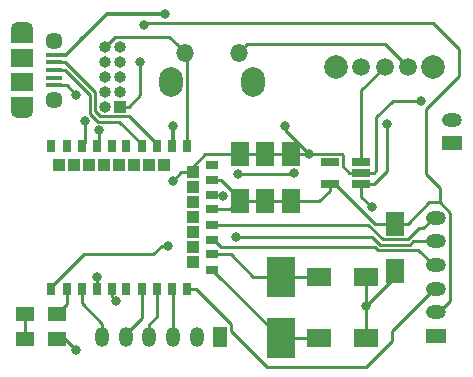
<source format=gbr>
G04 #@! TF.GenerationSoftware,KiCad,Pcbnew,5.0.2-bee76a0~70~ubuntu18.04.1*
G04 #@! TF.CreationDate,2019-04-29T21:23:14-04:00*
G04 #@! TF.ProjectId,E73 SCR,45373320-5343-4522-9e6b-696361645f70,rev?*
G04 #@! TF.SameCoordinates,Original*
G04 #@! TF.FileFunction,Copper,L1,Top*
G04 #@! TF.FilePolarity,Positive*
%FSLAX46Y46*%
G04 Gerber Fmt 4.6, Leading zero omitted, Abs format (unit mm)*
G04 Created by KiCad (PCBNEW 5.0.2-bee76a0~70~ubuntu18.04.1) date Mon 29 Apr 2019 09:23:14 PM EDT*
%MOMM*%
%LPD*%
G01*
G04 APERTURE LIST*
G04 #@! TA.AperFunction,SMDPad,CuDef*
%ADD10R,1.600000X2.000000*%
G04 #@! TD*
G04 #@! TA.AperFunction,ComponentPad*
%ADD11O,2.000000X2.500000*%
G04 #@! TD*
G04 #@! TA.AperFunction,ComponentPad*
%ADD12O,1.500000X1.500000*%
G04 #@! TD*
G04 #@! TA.AperFunction,SMDPad,CuDef*
%ADD13R,2.000000X1.600000*%
G04 #@! TD*
G04 #@! TA.AperFunction,ComponentPad*
%ADD14R,1.700000X1.200000*%
G04 #@! TD*
G04 #@! TA.AperFunction,ComponentPad*
%ADD15O,1.700000X1.200000*%
G04 #@! TD*
G04 #@! TA.AperFunction,ComponentPad*
%ADD16R,1.200000X1.700000*%
G04 #@! TD*
G04 #@! TA.AperFunction,ComponentPad*
%ADD17O,1.200000X1.700000*%
G04 #@! TD*
G04 #@! TA.AperFunction,SMDPad,CuDef*
%ADD18R,1.500000X1.300000*%
G04 #@! TD*
G04 #@! TA.AperFunction,SMDPad,CuDef*
%ADD19R,1.900000X1.200000*%
G04 #@! TD*
G04 #@! TA.AperFunction,ComponentPad*
%ADD20O,1.900000X1.200000*%
G04 #@! TD*
G04 #@! TA.AperFunction,SMDPad,CuDef*
%ADD21R,1.900000X1.500000*%
G04 #@! TD*
G04 #@! TA.AperFunction,ComponentPad*
%ADD22C,1.450000*%
G04 #@! TD*
G04 #@! TA.AperFunction,SMDPad,CuDef*
%ADD23R,1.350000X0.400000*%
G04 #@! TD*
G04 #@! TA.AperFunction,ComponentPad*
%ADD24O,1.000000X1.000000*%
G04 #@! TD*
G04 #@! TA.AperFunction,ComponentPad*
%ADD25R,1.000000X1.000000*%
G04 #@! TD*
G04 #@! TA.AperFunction,SMDPad,CuDef*
%ADD26R,1.560000X0.650000*%
G04 #@! TD*
G04 #@! TA.AperFunction,SMDPad,CuDef*
%ADD27R,1.000000X1.000000*%
G04 #@! TD*
G04 #@! TA.AperFunction,SMDPad,CuDef*
%ADD28R,0.750000X1.000000*%
G04 #@! TD*
G04 #@! TA.AperFunction,SMDPad,CuDef*
%ADD29R,1.000000X0.750000*%
G04 #@! TD*
G04 #@! TA.AperFunction,SMDPad,CuDef*
%ADD30R,2.400000X3.500000*%
G04 #@! TD*
G04 #@! TA.AperFunction,ComponentPad*
%ADD31C,1.500000*%
G04 #@! TD*
G04 #@! TA.AperFunction,ComponentPad*
%ADD32C,2.000000*%
G04 #@! TD*
G04 #@! TA.AperFunction,ViaPad*
%ADD33C,0.800000*%
G04 #@! TD*
G04 #@! TA.AperFunction,Conductor*
%ADD34C,0.250000*%
G04 #@! TD*
G04 #@! TA.AperFunction,Conductor*
%ADD35C,0.300000*%
G04 #@! TD*
G04 APERTURE END LIST*
D10*
G04 #@! TO.P,C1,2*
G04 #@! TO.N,GND*
X136150000Y-71500000D03*
G04 #@! TO.P,C1,1*
G04 #@! TO.N,+3V3*
X136150000Y-75500000D03*
G04 #@! TD*
G04 #@! TO.P,C2,1*
G04 #@! TO.N,+3V3*
X134000000Y-75500000D03*
G04 #@! TO.P,C2,2*
G04 #@! TO.N,GND*
X134000000Y-71500000D03*
G04 #@! TD*
G04 #@! TO.P,C4,1*
G04 #@! TO.N,+3V3*
X131850000Y-75500000D03*
G04 #@! TO.P,C4,2*
G04 #@! TO.N,GND*
X131850000Y-71500000D03*
G04 #@! TD*
D11*
G04 #@! TO.P,RST1,*
G04 #@! TO.N,*
X126000000Y-65450000D03*
D12*
G04 #@! TO.P,RST1,2*
G04 #@! TO.N,RESET*
X127250000Y-62950000D03*
D11*
G04 #@! TO.P,RST1,*
G04 #@! TO.N,*
X133000000Y-65450000D03*
D12*
G04 #@! TO.P,RST1,1*
G04 #@! TO.N,GND*
X131750000Y-62960000D03*
G04 #@! TD*
D13*
G04 #@! TO.P,C8,2*
G04 #@! TO.N,XL2*
X138550000Y-81900000D03*
G04 #@! TO.P,C8,1*
G04 #@! TO.N,GND*
X142550000Y-81900000D03*
G04 #@! TD*
G04 #@! TO.P,C7,1*
G04 #@! TO.N,GND*
X142550000Y-87100000D03*
G04 #@! TO.P,C7,2*
G04 #@! TO.N,XL1*
X138550000Y-87100000D03*
G04 #@! TD*
D14*
G04 #@! TO.P,J5,1*
G04 #@! TO.N,GND*
X148500000Y-86900000D03*
D15*
G04 #@! TO.P,J5,2*
G04 #@! TO.N,+3V3*
X148500000Y-84900000D03*
G04 #@! TO.P,J5,3*
G04 #@! TO.N,LCLK*
X148500000Y-82900000D03*
G04 #@! TO.P,J5,4*
G04 #@! TO.N,RCLK*
X148500000Y-80900000D03*
G04 #@! TO.P,J5,5*
G04 #@! TO.N,P1_11*
X148500000Y-78900000D03*
G04 #@! TO.P,J5,6*
G04 #@! TO.N,P1_09*
X148500000Y-76900000D03*
G04 #@! TD*
D16*
G04 #@! TO.P,J6,1*
G04 #@! TO.N,GND*
X130200000Y-87000000D03*
D17*
G04 #@! TO.P,J6,2*
G04 #@! TO.N,+3V3*
X128200000Y-87000000D03*
G04 #@! TO.P,J6,3*
G04 #@! TO.N,X*
X126200000Y-87000000D03*
G04 #@! TO.P,J6,4*
G04 #@! TO.N,Y*
X124200000Y-87000000D03*
G04 #@! TO.P,J6,5*
G04 #@! TO.N,SW*
X122200000Y-87000000D03*
G04 #@! TO.P,J6,6*
G04 #@! TO.N,A1_P003*
X120200000Y-87000000D03*
G04 #@! TD*
D10*
G04 #@! TO.P,C6,2*
G04 #@! TO.N,GND*
X145000000Y-81400000D03*
G04 #@! TO.P,C6,1*
G04 #@! TO.N,+3V3*
X145000000Y-77400000D03*
G04 #@! TD*
D18*
G04 #@! TO.P,D2,2*
G04 #@! TO.N,LED*
X116350000Y-85050000D03*
G04 #@! TO.P,D2,1*
G04 #@! TO.N,Net-(D2-Pad1)*
X113650000Y-85050000D03*
G04 #@! TD*
D19*
G04 #@! TO.P,J1,6*
G04 #@! TO.N,Net-(J1-Pad6)*
X113450000Y-61500000D03*
X113450000Y-67300000D03*
D20*
X113450000Y-67900000D03*
X113450000Y-60900000D03*
D21*
X113450000Y-63400000D03*
D22*
X116150000Y-66900000D03*
D23*
G04 #@! TO.P,J1,3*
G04 #@! TO.N,D+*
X116150000Y-64400000D03*
G04 #@! TO.P,J1,4*
G04 #@! TO.N,Net-(J1-Pad4)*
X116150000Y-65050000D03*
G04 #@! TO.P,J1,5*
G04 #@! TO.N,GND*
X116150000Y-65700000D03*
G04 #@! TO.P,J1,1*
G04 #@! TO.N,VBUS*
X116150000Y-63100000D03*
G04 #@! TO.P,J1,2*
G04 #@! TO.N,D-*
X116150000Y-63750000D03*
D22*
G04 #@! TO.P,J1,6*
G04 #@! TO.N,Net-(J1-Pad6)*
X116150000Y-61900000D03*
D21*
X113450000Y-65400000D03*
G04 #@! TD*
D15*
G04 #@! TO.P,J2,2*
G04 #@! TO.N,+BATT*
X149800000Y-68600000D03*
D14*
G04 #@! TO.P,J2,1*
G04 #@! TO.N,GND*
X149800000Y-70600000D03*
G04 #@! TD*
D24*
G04 #@! TO.P,J3,10*
G04 #@! TO.N,RESET*
X120430000Y-62420000D03*
G04 #@! TO.P,J3,9*
G04 #@! TO.N,GND*
X121700000Y-62420000D03*
G04 #@! TO.P,J3,8*
G04 #@! TO.N,Net-(J3-Pad8)*
X120430000Y-63690000D03*
G04 #@! TO.P,J3,7*
G04 #@! TO.N,Net-(J3-Pad7)*
X121700000Y-63690000D03*
G04 #@! TO.P,J3,6*
G04 #@! TO.N,Net-(J3-Pad6)*
X120430000Y-64960000D03*
G04 #@! TO.P,J3,5*
G04 #@! TO.N,GND*
X121700000Y-64960000D03*
G04 #@! TO.P,J3,4*
G04 #@! TO.N,SWCLK*
X120430000Y-66230000D03*
G04 #@! TO.P,J3,3*
G04 #@! TO.N,GND*
X121700000Y-66230000D03*
G04 #@! TO.P,J3,2*
G04 #@! TO.N,SWDIO*
X120430000Y-67500000D03*
D25*
G04 #@! TO.P,J3,1*
G04 #@! TO.N,+3V3*
X121700000Y-67500000D03*
G04 #@! TD*
D18*
G04 #@! TO.P,R3,2*
G04 #@! TO.N,Net-(D2-Pad1)*
X113650000Y-87150000D03*
G04 #@! TO.P,R3,1*
G04 #@! TO.N,GND*
X116350000Y-87150000D03*
G04 #@! TD*
D26*
G04 #@! TO.P,U1,1*
G04 #@! TO.N,Net-(C3-Pad1)*
X142150000Y-74050000D03*
G04 #@! TO.P,U1,2*
G04 #@! TO.N,GND*
X142150000Y-73100000D03*
G04 #@! TO.P,U1,3*
G04 #@! TO.N,Net-(SW1-Pad2)*
X142150000Y-72150000D03*
G04 #@! TO.P,U1,4*
G04 #@! TO.N,Net-(U1-Pad4)*
X139450000Y-72150000D03*
G04 #@! TO.P,U1,5*
G04 #@! TO.N,+3V3*
X139450000Y-74050000D03*
G04 #@! TD*
D27*
G04 #@! TO.P,U3,42*
G04 #@! TO.N,Net-(U3-Pad42)*
X116500000Y-72450000D03*
G04 #@! TO.P,U3,40*
G04 #@! TO.N,Net-(U3-Pad40)*
X117800000Y-72450000D03*
G04 #@! TO.P,U3,38*
G04 #@! TO.N,Net-(U3-Pad38)*
X119100000Y-72450000D03*
G04 #@! TO.P,U3,36*
G04 #@! TO.N,Net-(U3-Pad36)*
X120350000Y-72450000D03*
G04 #@! TO.P,U3,34*
G04 #@! TO.N,Net-(U3-Pad34)*
X121650000Y-72450000D03*
G04 #@! TO.P,U3,32*
G04 #@! TO.N,Net-(U3-Pad32)*
X122900000Y-72450000D03*
G04 #@! TO.P,U3,30*
G04 #@! TO.N,Net-(U3-Pad30)*
X124200000Y-72450000D03*
G04 #@! TO.P,U3,28*
G04 #@! TO.N,Net-(U3-Pad28)*
X125450000Y-72450000D03*
G04 #@! TO.P,U3,24*
G04 #@! TO.N,GND*
X127850000Y-73050000D03*
G04 #@! TO.P,U3,22*
G04 #@! TO.N,Net-(U3-Pad22)*
X127850000Y-74300000D03*
G04 #@! TO.P,U3,20*
G04 #@! TO.N,Net-(U3-Pad20)*
X127850000Y-75600000D03*
G04 #@! TO.P,U3,18*
G04 #@! TO.N,Net-(U3-Pad18)*
X127850000Y-76850000D03*
G04 #@! TO.P,U3,16*
G04 #@! TO.N,Net-(U3-Pad16)*
X127850000Y-78100000D03*
G04 #@! TO.P,U3,14*
G04 #@! TO.N,Net-(U3-Pad14)*
X127850000Y-79400000D03*
G04 #@! TO.P,U3,12*
G04 #@! TO.N,Net-(U3-Pad12)*
X127850000Y-80650000D03*
D28*
G04 #@! TO.P,U3,43*
G04 #@! TO.N,Net-(U3-Pad43)*
X115900000Y-70800000D03*
G04 #@! TO.P,U3,41*
G04 #@! TO.N,Net-(U3-Pad41)*
X117200000Y-70800000D03*
G04 #@! TO.P,U3,39*
G04 #@! TO.N,SWCLK*
X118450000Y-70800000D03*
G04 #@! TO.P,U3,37*
G04 #@! TO.N,SWDIO*
X119750000Y-70800000D03*
G04 #@! TO.P,U3,35*
G04 #@! TO.N,Net-(U3-Pad35)*
X121000000Y-70800000D03*
G04 #@! TO.P,U3,33*
G04 #@! TO.N,Net-(U3-Pad33)*
X122250000Y-70800000D03*
G04 #@! TO.P,U3,31*
G04 #@! TO.N,D+*
X123550000Y-70800000D03*
G04 #@! TO.P,U3,29*
G04 #@! TO.N,D-*
X124800000Y-70800000D03*
G04 #@! TO.P,U3,27*
G04 #@! TO.N,VBUS*
X126100000Y-70800000D03*
G04 #@! TO.P,U3,26*
G04 #@! TO.N,RESET*
X127350000Y-70800000D03*
D29*
G04 #@! TO.P,U3,25*
G04 #@! TO.N,Net-(U3-Pad25)*
X129500000Y-72400000D03*
G04 #@! TO.P,U3,23*
G04 #@! TO.N,+3V3*
X129500000Y-73700000D03*
G04 #@! TO.P,U3,21*
G04 #@! TO.N,GND*
X129500000Y-74950000D03*
G04 #@! TO.P,U3,19*
G04 #@! TO.N,+3V3*
X129500000Y-76200000D03*
G04 #@! TO.P,U3,17*
G04 #@! TO.N,P1_09*
X129500000Y-77500000D03*
G04 #@! TO.P,U3,15*
G04 #@! TO.N,RCLK*
X129500000Y-78750000D03*
G04 #@! TO.P,U3,13*
G04 #@! TO.N,XL2*
X129500000Y-80000000D03*
G04 #@! TO.P,U3,11*
G04 #@! TO.N,XL1*
X129500000Y-81300000D03*
D28*
G04 #@! TO.P,U3,10*
G04 #@! TO.N,LCLK*
X127350000Y-82900000D03*
G04 #@! TO.P,U3,9*
G04 #@! TO.N,X*
X126100000Y-82900000D03*
G04 #@! TO.P,U3,8*
G04 #@! TO.N,Y*
X124800000Y-82900000D03*
G04 #@! TO.P,U3,7*
G04 #@! TO.N,SW*
X123550000Y-82900000D03*
G04 #@! TO.P,U3,6*
G04 #@! TO.N,Net-(U3-Pad6)*
X122250000Y-82900000D03*
G04 #@! TO.P,U3,5*
G04 #@! TO.N,GND*
X121000000Y-82900000D03*
G04 #@! TO.P,U3,4*
G04 #@! TO.N,BATSENSE*
X119750000Y-82900000D03*
G04 #@! TO.P,U3,3*
G04 #@! TO.N,A1_P003*
X118450000Y-82900000D03*
G04 #@! TO.P,U3,2*
G04 #@! TO.N,LED*
X117200000Y-82900000D03*
G04 #@! TO.P,U3,1*
G04 #@! TO.N,P1_11*
X115900000Y-82900000D03*
G04 #@! TD*
D30*
G04 #@! TO.P,Y1,2*
G04 #@! TO.N,XL2*
X135300000Y-81900000D03*
G04 #@! TO.P,Y1,1*
G04 #@! TO.N,XL1*
X135300000Y-87100000D03*
G04 #@! TD*
D31*
G04 #@! TO.P,SW1,1*
G04 #@! TO.N,GND*
X146100000Y-64150000D03*
G04 #@! TO.P,SW1,2*
G04 #@! TO.N,Net-(SW1-Pad2)*
X144100000Y-64150000D03*
G04 #@! TO.P,SW1,3*
G04 #@! TO.N,Net-(R2-Pad2)*
X142100000Y-64150000D03*
D32*
G04 #@! TO.P,SW1,*
G04 #@! TO.N,*
X140000000Y-64150000D03*
X148200000Y-64150000D03*
G04 #@! TD*
D33*
G04 #@! TO.N,GND*
X121400000Y-83974990D03*
X118000000Y-88100000D03*
X126200000Y-73750000D03*
X130400000Y-75100000D03*
X137700000Y-71500000D03*
X135700000Y-69100000D03*
X118000000Y-66500000D03*
X147200000Y-67000000D03*
X146100000Y-64150000D03*
X142550000Y-84400000D03*
G04 #@! TO.N,+3V3*
X123700000Y-60600000D03*
X123400000Y-63700000D03*
G04 #@! TO.N,Net-(C3-Pad1)*
X143000000Y-76000000D03*
X144300000Y-69000000D03*
G04 #@! TO.N,VBUS*
X126200000Y-69100000D03*
X125500000Y-59624990D03*
G04 #@! TO.N,+BATT*
X136431384Y-73100012D03*
X131700000Y-73200000D03*
G04 #@! TO.N,SWCLK*
X118700000Y-68700000D03*
G04 #@! TO.N,SWDIO*
X119900000Y-69500022D03*
G04 #@! TO.N,P1_11*
X131500000Y-78500000D03*
X125800000Y-79300000D03*
G04 #@! TO.N,BATSENSE*
X119780409Y-81925010D03*
G04 #@! TD*
D34*
G04 #@! TO.N,GND*
X121000000Y-82900000D02*
X121000000Y-83650000D01*
X121324990Y-83974990D02*
X121400000Y-83974990D01*
X121000000Y-83650000D02*
X121324990Y-83974990D01*
X116350000Y-87150000D02*
X117050000Y-87150000D01*
X117050000Y-87150000D02*
X118000000Y-88100000D01*
X142550000Y-84400000D02*
X142550000Y-81900000D01*
X127850000Y-73050000D02*
X126900000Y-73050000D01*
X126900000Y-73050000D02*
X126200000Y-73750000D01*
X134000000Y-71500000D02*
X131850000Y-71500000D01*
X136100000Y-71500000D02*
X134000000Y-71500000D01*
X129500000Y-74950000D02*
X130250000Y-74950000D01*
X130250000Y-74950000D02*
X130400000Y-75100000D01*
X127850000Y-72589998D02*
X127850000Y-73050000D01*
X128939998Y-71500000D02*
X127850000Y-72589998D01*
X131850000Y-71500000D02*
X128939998Y-71500000D01*
X145000000Y-81950000D02*
X145000000Y-81400000D01*
X142550000Y-84400000D02*
X145000000Y-81950000D01*
G04 #@! TO.N,+3V3*
X134000000Y-75500000D02*
X131850000Y-75500000D01*
X136100000Y-75500000D02*
X134000000Y-75500000D01*
X131850000Y-75300000D02*
X130250000Y-73700000D01*
X130250000Y-73700000D02*
X129500000Y-73700000D01*
X131850000Y-75500000D02*
X131850000Y-75300000D01*
X131850000Y-75500000D02*
X130900000Y-76200000D01*
X129625000Y-76200000D02*
X129500000Y-76200000D01*
X130900000Y-76200000D02*
X129625000Y-76200000D01*
X138575000Y-75500000D02*
X137200000Y-75500000D01*
X137200000Y-75500000D02*
X136150000Y-75500000D01*
X139450000Y-74625000D02*
X138575000Y-75500000D01*
X139450000Y-74050000D02*
X139450000Y-74625000D01*
X146050000Y-77400000D02*
X147850000Y-75600000D01*
X145000000Y-77400000D02*
X146050000Y-77400000D01*
X149675010Y-83974990D02*
X148750000Y-84900000D01*
X149675010Y-76516849D02*
X149675010Y-83974990D01*
X148758161Y-75600000D02*
X149675010Y-76516849D01*
X148750000Y-84900000D02*
X148500000Y-84900000D01*
X147850000Y-75600000D02*
X148758161Y-75600000D01*
X139905000Y-74050000D02*
X139450000Y-74050000D01*
X143255000Y-77400000D02*
X139905000Y-74050000D01*
X145000000Y-77400000D02*
X143255000Y-77400000D01*
G04 #@! TO.N,GND*
X136150000Y-71500000D02*
X137700000Y-71500000D01*
X137700000Y-71500000D02*
X135700000Y-69500000D01*
X135700000Y-69500000D02*
X135700000Y-69100000D01*
X116150000Y-65700000D02*
X117200000Y-65700000D01*
X117200000Y-65700000D02*
X118000000Y-66500000D01*
X140490002Y-71500000D02*
X138265685Y-71500000D01*
X140555001Y-71564999D02*
X140490002Y-71500000D01*
X140555001Y-72535001D02*
X140555001Y-71564999D01*
X141120000Y-73100000D02*
X140555001Y-72535001D01*
X138265685Y-71500000D02*
X137700000Y-71500000D01*
X142150000Y-73100000D02*
X141120000Y-73100000D01*
X143180000Y-73100000D02*
X143400000Y-72880000D01*
X142150000Y-73100000D02*
X143180000Y-73100000D01*
X143400000Y-72880000D02*
X143400000Y-68400000D01*
X143400000Y-68400000D02*
X144800000Y-67000000D01*
X144800000Y-67000000D02*
X147200000Y-67000000D01*
X144160001Y-62210001D02*
X145350001Y-63400001D01*
X145350001Y-63400001D02*
X146100000Y-64150000D01*
X132499999Y-62210001D02*
X144160001Y-62210001D01*
X131750000Y-62960000D02*
X132499999Y-62210001D01*
X142550000Y-84400000D02*
X142550000Y-87100000D01*
G04 #@! TO.N,+3V3*
X148758161Y-75600000D02*
X148758161Y-74358161D01*
X148758161Y-74358161D02*
X147600000Y-73200000D01*
X147600000Y-73200000D02*
X147600000Y-67700000D01*
X150400010Y-64899990D02*
X150400010Y-62600010D01*
X147600000Y-67700000D02*
X150400010Y-64899990D01*
X150400010Y-62600010D02*
X148200000Y-60400000D01*
X123900000Y-60400000D02*
X123700000Y-60600000D01*
X148200000Y-60400000D02*
X123900000Y-60400000D01*
X122450000Y-67500000D02*
X121700000Y-67500000D01*
X123400000Y-66550000D02*
X122450000Y-67500000D01*
X123400000Y-63700000D02*
X123400000Y-66550000D01*
G04 #@! TO.N,Net-(C3-Pad1)*
X142150000Y-74050000D02*
X142150000Y-75150000D01*
X142150000Y-75150000D02*
X143000000Y-76000000D01*
X143180000Y-74050000D02*
X142150000Y-74050000D01*
X144300000Y-72930000D02*
X143180000Y-74050000D01*
X144300000Y-69000000D02*
X144300000Y-72930000D01*
D35*
G04 #@! TO.N,VBUS*
X116150000Y-63100000D02*
X117125000Y-63100000D01*
X126200000Y-70700000D02*
X126100000Y-70800000D01*
X126200000Y-69100000D02*
X126200000Y-70700000D01*
X117125000Y-63100000D02*
X118300000Y-61925000D01*
X118300000Y-61925000D02*
X118500000Y-61725000D01*
X118300000Y-61925000D02*
X120600010Y-59624990D01*
X120600010Y-59624990D02*
X124934315Y-59624990D01*
X124934315Y-59624990D02*
X125500000Y-59624990D01*
D34*
G04 #@! TO.N,XL1*
X138550000Y-87100000D02*
X135300000Y-87100000D01*
X129500000Y-81300000D02*
X135300000Y-87100000D01*
G04 #@! TO.N,XL2*
X136750000Y-81900000D02*
X138550000Y-81900000D01*
X135300000Y-81900000D02*
X136750000Y-81900000D01*
X129500000Y-80000000D02*
X131100000Y-80000000D01*
X133000000Y-81900000D02*
X135300000Y-81900000D01*
X131100000Y-80000000D02*
X133000000Y-81900000D01*
G04 #@! TO.N,LED*
X117200000Y-84200000D02*
X116350000Y-85050000D01*
X117200000Y-82900000D02*
X117200000Y-84200000D01*
G04 #@! TO.N,Net-(D2-Pad1)*
X113650000Y-85050000D02*
X113650000Y-87150000D01*
G04 #@! TO.N,D+*
X117075000Y-64400000D02*
X119154988Y-66479988D01*
X119154988Y-66479988D02*
X119154988Y-68082401D01*
X119154988Y-68082401D02*
X119847599Y-68775012D01*
X123550000Y-70675000D02*
X123550000Y-70800000D01*
X119847599Y-68775012D02*
X121650012Y-68775012D01*
X121650012Y-68775012D02*
X123550000Y-70675000D01*
X116150000Y-64400000D02*
X117075000Y-64400000D01*
G04 #@! TO.N,D-*
X122450001Y-68325001D02*
X124800000Y-70675000D01*
X124800000Y-70675000D02*
X124800000Y-70800000D01*
X120033999Y-68325001D02*
X122450001Y-68325001D01*
X119604999Y-67896001D02*
X120033999Y-68325001D01*
X117075000Y-63750000D02*
X119604999Y-66279999D01*
X116150000Y-63750000D02*
X117075000Y-63750000D01*
X119604999Y-66279999D02*
X119604999Y-67896001D01*
G04 #@! TO.N,+BATT*
X136331396Y-73200000D02*
X136431384Y-73100012D01*
X131700000Y-73200000D02*
X136331396Y-73200000D01*
G04 #@! TO.N,RESET*
X126500001Y-62200001D02*
X127250000Y-62950000D01*
X125894999Y-61594999D02*
X126500001Y-62200001D01*
X121255001Y-61594999D02*
X125894999Y-61594999D01*
X120430000Y-62420000D02*
X121255001Y-61594999D01*
X127350000Y-63050000D02*
X127250000Y-62950000D01*
X127350000Y-70800000D02*
X127350000Y-63050000D01*
G04 #@! TO.N,SWCLK*
X118700000Y-70550000D02*
X118450000Y-70800000D01*
X118700000Y-68700000D02*
X118700000Y-70550000D01*
G04 #@! TO.N,SWDIO*
X119900000Y-70650000D02*
X119750000Y-70800000D01*
X119900000Y-69500022D02*
X119900000Y-70650000D01*
G04 #@! TO.N,LCLK*
X148250000Y-82900000D02*
X144700000Y-86450000D01*
X148500000Y-82900000D02*
X148250000Y-82900000D01*
X144700000Y-87335002D02*
X142535002Y-89500000D01*
X144700000Y-86450000D02*
X144700000Y-87335002D01*
X131125001Y-85889999D02*
X128135002Y-82900000D01*
X131125001Y-86460003D02*
X131125001Y-85889999D01*
X134164998Y-89500000D02*
X131125001Y-86460003D01*
X127975000Y-82900000D02*
X127350000Y-82900000D01*
X128135002Y-82900000D02*
X127975000Y-82900000D01*
X142535002Y-89500000D02*
X134164998Y-89500000D01*
G04 #@! TO.N,RCLK*
X146975023Y-79625023D02*
X143567199Y-79625023D01*
X143317176Y-79375000D02*
X130250000Y-79375000D01*
X129625000Y-78750000D02*
X129500000Y-78750000D01*
X130250000Y-79375000D02*
X129625000Y-78750000D01*
X148250000Y-80900000D02*
X146975023Y-79625023D01*
X143567199Y-79625023D02*
X143317176Y-79375000D01*
X148500000Y-80900000D02*
X148250000Y-80900000D01*
G04 #@! TO.N,P1_11*
X143753599Y-79175012D02*
X143078587Y-78500000D01*
X146246401Y-79175012D02*
X143753599Y-79175012D01*
X143078587Y-78500000D02*
X131500000Y-78500000D01*
X146521413Y-78900000D02*
X146246401Y-79175012D01*
X148500000Y-78900000D02*
X146521413Y-78900000D01*
X125234315Y-79300000D02*
X124534315Y-80000000D01*
X125800000Y-79300000D02*
X125234315Y-79300000D01*
X115900000Y-82775000D02*
X115900000Y-82900000D01*
X118675000Y-80000000D02*
X115900000Y-82775000D01*
X124534315Y-80000000D02*
X118675000Y-80000000D01*
G04 #@! TO.N,P1_09*
X146060002Y-78725001D02*
X147035003Y-77750000D01*
X147035003Y-77750000D02*
X147400000Y-77750000D01*
X143939999Y-78725001D02*
X146060002Y-78725001D01*
X148250000Y-76900000D02*
X148500000Y-76900000D01*
X142714998Y-77500000D02*
X143939999Y-78725001D01*
X129500000Y-77500000D02*
X142714998Y-77500000D01*
X147400000Y-77750000D02*
X148250000Y-76900000D01*
G04 #@! TO.N,A1_P003*
X118450000Y-83650000D02*
X118450000Y-82900000D01*
X118450000Y-84150000D02*
X118450000Y-83650000D01*
X120200000Y-85900000D02*
X118450000Y-84150000D01*
X120200000Y-87000000D02*
X120200000Y-85900000D01*
G04 #@! TO.N,SW*
X123550000Y-83650000D02*
X123550000Y-82900000D01*
X123550000Y-85400000D02*
X123550000Y-83650000D01*
X122200000Y-86750000D02*
X123550000Y-85400000D01*
X122200000Y-87000000D02*
X122200000Y-86750000D01*
G04 #@! TO.N,Y*
X124800000Y-83025000D02*
X124800000Y-82900000D01*
X124800000Y-83650000D02*
X124800000Y-82900000D01*
X124800000Y-85300000D02*
X124800000Y-83650000D01*
X124200000Y-85900000D02*
X124800000Y-85300000D01*
X124200000Y-87000000D02*
X124200000Y-85900000D01*
G04 #@! TO.N,X*
X126200000Y-83000000D02*
X126100000Y-82900000D01*
X126200000Y-87000000D02*
X126200000Y-83000000D01*
G04 #@! TO.N,BATSENSE*
X119750000Y-81955419D02*
X119780409Y-81925010D01*
X119750000Y-82900000D02*
X119750000Y-81955419D01*
G04 #@! TO.N,Net-(SW1-Pad2)*
X142150000Y-66100000D02*
X144100000Y-64150000D01*
X142150000Y-72150000D02*
X142150000Y-66100000D01*
G04 #@! TD*
M02*

</source>
